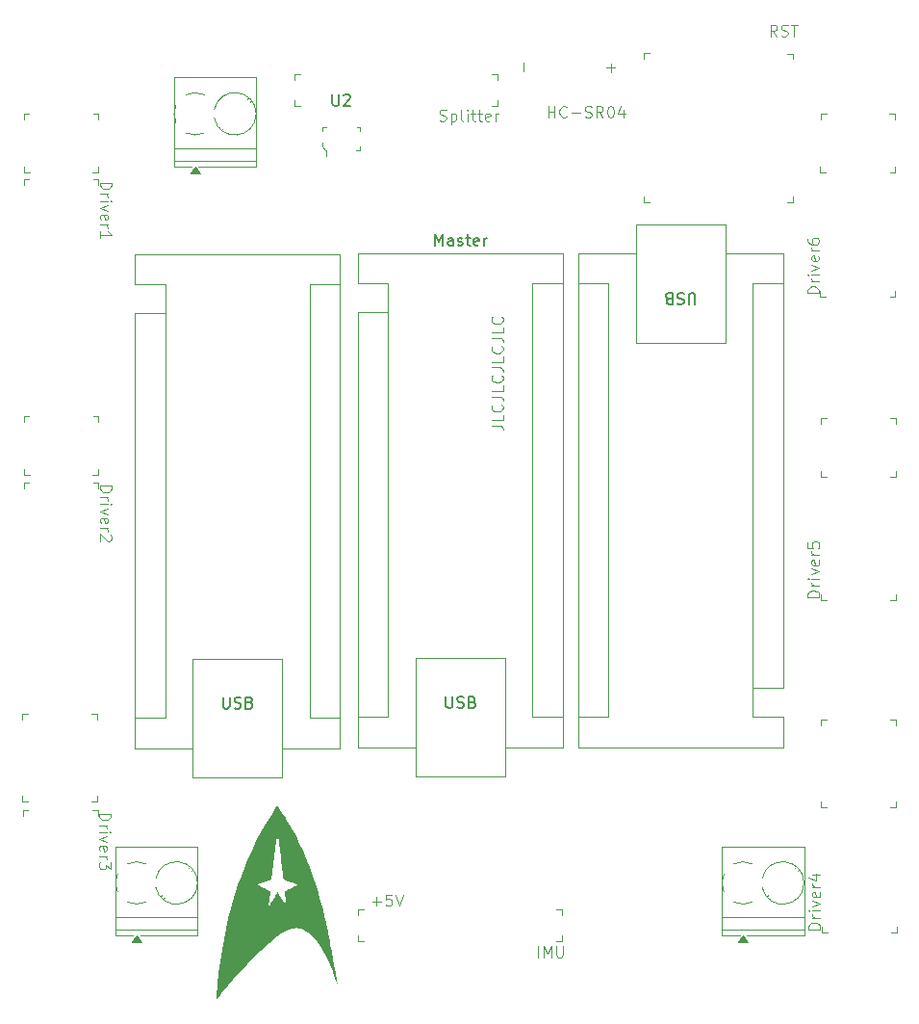
<source format=gbr>
%TF.GenerationSoftware,KiCad,Pcbnew,9.0.0-1.fc41*%
%TF.CreationDate,2025-04-13T20:28:48+02:00*%
%TF.ProjectId,main_board,6d61696e-5f62-46f6-9172-642e6b696361,v1.0*%
%TF.SameCoordinates,Original*%
%TF.FileFunction,Legend,Top*%
%TF.FilePolarity,Positive*%
%FSLAX46Y46*%
G04 Gerber Fmt 4.6, Leading zero omitted, Abs format (unit mm)*
G04 Created by KiCad (PCBNEW 9.0.0-1.fc41) date 2025-04-13 20:28:48*
%MOMM*%
%LPD*%
G01*
G04 APERTURE LIST*
%ADD10C,0.100000*%
%ADD11C,0.150000*%
%ADD12C,0.120000*%
%ADD13C,0.000000*%
G04 APERTURE END LIST*
D10*
X151572419Y-75610401D02*
X152286704Y-75610401D01*
X152286704Y-75610401D02*
X152429561Y-75658020D01*
X152429561Y-75658020D02*
X152524800Y-75753258D01*
X152524800Y-75753258D02*
X152572419Y-75896115D01*
X152572419Y-75896115D02*
X152572419Y-75991353D01*
X152572419Y-74658020D02*
X152572419Y-75134210D01*
X152572419Y-75134210D02*
X151572419Y-75134210D01*
X152477180Y-73753258D02*
X152524800Y-73800877D01*
X152524800Y-73800877D02*
X152572419Y-73943734D01*
X152572419Y-73943734D02*
X152572419Y-74038972D01*
X152572419Y-74038972D02*
X152524800Y-74181829D01*
X152524800Y-74181829D02*
X152429561Y-74277067D01*
X152429561Y-74277067D02*
X152334323Y-74324686D01*
X152334323Y-74324686D02*
X152143847Y-74372305D01*
X152143847Y-74372305D02*
X152000990Y-74372305D01*
X152000990Y-74372305D02*
X151810514Y-74324686D01*
X151810514Y-74324686D02*
X151715276Y-74277067D01*
X151715276Y-74277067D02*
X151620038Y-74181829D01*
X151620038Y-74181829D02*
X151572419Y-74038972D01*
X151572419Y-74038972D02*
X151572419Y-73943734D01*
X151572419Y-73943734D02*
X151620038Y-73800877D01*
X151620038Y-73800877D02*
X151667657Y-73753258D01*
X151572419Y-73038972D02*
X152286704Y-73038972D01*
X152286704Y-73038972D02*
X152429561Y-73086591D01*
X152429561Y-73086591D02*
X152524800Y-73181829D01*
X152524800Y-73181829D02*
X152572419Y-73324686D01*
X152572419Y-73324686D02*
X152572419Y-73419924D01*
X152572419Y-72086591D02*
X152572419Y-72562781D01*
X152572419Y-72562781D02*
X151572419Y-72562781D01*
X152477180Y-71181829D02*
X152524800Y-71229448D01*
X152524800Y-71229448D02*
X152572419Y-71372305D01*
X152572419Y-71372305D02*
X152572419Y-71467543D01*
X152572419Y-71467543D02*
X152524800Y-71610400D01*
X152524800Y-71610400D02*
X152429561Y-71705638D01*
X152429561Y-71705638D02*
X152334323Y-71753257D01*
X152334323Y-71753257D02*
X152143847Y-71800876D01*
X152143847Y-71800876D02*
X152000990Y-71800876D01*
X152000990Y-71800876D02*
X151810514Y-71753257D01*
X151810514Y-71753257D02*
X151715276Y-71705638D01*
X151715276Y-71705638D02*
X151620038Y-71610400D01*
X151620038Y-71610400D02*
X151572419Y-71467543D01*
X151572419Y-71467543D02*
X151572419Y-71372305D01*
X151572419Y-71372305D02*
X151620038Y-71229448D01*
X151620038Y-71229448D02*
X151667657Y-71181829D01*
X151572419Y-70467543D02*
X152286704Y-70467543D01*
X152286704Y-70467543D02*
X152429561Y-70515162D01*
X152429561Y-70515162D02*
X152524800Y-70610400D01*
X152524800Y-70610400D02*
X152572419Y-70753257D01*
X152572419Y-70753257D02*
X152572419Y-70848495D01*
X152572419Y-69515162D02*
X152572419Y-69991352D01*
X152572419Y-69991352D02*
X151572419Y-69991352D01*
X152477180Y-68610400D02*
X152524800Y-68658019D01*
X152524800Y-68658019D02*
X152572419Y-68800876D01*
X152572419Y-68800876D02*
X152572419Y-68896114D01*
X152572419Y-68896114D02*
X152524800Y-69038971D01*
X152524800Y-69038971D02*
X152429561Y-69134209D01*
X152429561Y-69134209D02*
X152334323Y-69181828D01*
X152334323Y-69181828D02*
X152143847Y-69229447D01*
X152143847Y-69229447D02*
X152000990Y-69229447D01*
X152000990Y-69229447D02*
X151810514Y-69181828D01*
X151810514Y-69181828D02*
X151715276Y-69134209D01*
X151715276Y-69134209D02*
X151620038Y-69038971D01*
X151620038Y-69038971D02*
X151572419Y-68896114D01*
X151572419Y-68896114D02*
X151572419Y-68800876D01*
X151572419Y-68800876D02*
X151620038Y-68658019D01*
X151620038Y-68658019D02*
X151667657Y-68610400D01*
X151572419Y-67896114D02*
X152286704Y-67896114D01*
X152286704Y-67896114D02*
X152429561Y-67943733D01*
X152429561Y-67943733D02*
X152524800Y-68038971D01*
X152524800Y-68038971D02*
X152572419Y-68181828D01*
X152572419Y-68181828D02*
X152572419Y-68277066D01*
X152572419Y-66943733D02*
X152572419Y-67419923D01*
X152572419Y-67419923D02*
X151572419Y-67419923D01*
X152477180Y-66038971D02*
X152524800Y-66086590D01*
X152524800Y-66086590D02*
X152572419Y-66229447D01*
X152572419Y-66229447D02*
X152572419Y-66324685D01*
X152572419Y-66324685D02*
X152524800Y-66467542D01*
X152524800Y-66467542D02*
X152429561Y-66562780D01*
X152429561Y-66562780D02*
X152334323Y-66610399D01*
X152334323Y-66610399D02*
X152143847Y-66658018D01*
X152143847Y-66658018D02*
X152000990Y-66658018D01*
X152000990Y-66658018D02*
X151810514Y-66610399D01*
X151810514Y-66610399D02*
X151715276Y-66562780D01*
X151715276Y-66562780D02*
X151620038Y-66467542D01*
X151620038Y-66467542D02*
X151572419Y-66324685D01*
X151572419Y-66324685D02*
X151572419Y-66229447D01*
X151572419Y-66229447D02*
X151620038Y-66086590D01*
X151620038Y-66086590D02*
X151667657Y-66038971D01*
X156553884Y-48522419D02*
X156553884Y-47522419D01*
X156553884Y-47998609D02*
X157125312Y-47998609D01*
X157125312Y-48522419D02*
X157125312Y-47522419D01*
X158172931Y-48427180D02*
X158125312Y-48474800D01*
X158125312Y-48474800D02*
X157982455Y-48522419D01*
X157982455Y-48522419D02*
X157887217Y-48522419D01*
X157887217Y-48522419D02*
X157744360Y-48474800D01*
X157744360Y-48474800D02*
X157649122Y-48379561D01*
X157649122Y-48379561D02*
X157601503Y-48284323D01*
X157601503Y-48284323D02*
X157553884Y-48093847D01*
X157553884Y-48093847D02*
X157553884Y-47950990D01*
X157553884Y-47950990D02*
X157601503Y-47760514D01*
X157601503Y-47760514D02*
X157649122Y-47665276D01*
X157649122Y-47665276D02*
X157744360Y-47570038D01*
X157744360Y-47570038D02*
X157887217Y-47522419D01*
X157887217Y-47522419D02*
X157982455Y-47522419D01*
X157982455Y-47522419D02*
X158125312Y-47570038D01*
X158125312Y-47570038D02*
X158172931Y-47617657D01*
X158601503Y-48141466D02*
X159363408Y-48141466D01*
X159791979Y-48474800D02*
X159934836Y-48522419D01*
X159934836Y-48522419D02*
X160172931Y-48522419D01*
X160172931Y-48522419D02*
X160268169Y-48474800D01*
X160268169Y-48474800D02*
X160315788Y-48427180D01*
X160315788Y-48427180D02*
X160363407Y-48331942D01*
X160363407Y-48331942D02*
X160363407Y-48236704D01*
X160363407Y-48236704D02*
X160315788Y-48141466D01*
X160315788Y-48141466D02*
X160268169Y-48093847D01*
X160268169Y-48093847D02*
X160172931Y-48046228D01*
X160172931Y-48046228D02*
X159982455Y-47998609D01*
X159982455Y-47998609D02*
X159887217Y-47950990D01*
X159887217Y-47950990D02*
X159839598Y-47903371D01*
X159839598Y-47903371D02*
X159791979Y-47808133D01*
X159791979Y-47808133D02*
X159791979Y-47712895D01*
X159791979Y-47712895D02*
X159839598Y-47617657D01*
X159839598Y-47617657D02*
X159887217Y-47570038D01*
X159887217Y-47570038D02*
X159982455Y-47522419D01*
X159982455Y-47522419D02*
X160220550Y-47522419D01*
X160220550Y-47522419D02*
X160363407Y-47570038D01*
X161363407Y-48522419D02*
X161030074Y-48046228D01*
X160791979Y-48522419D02*
X160791979Y-47522419D01*
X160791979Y-47522419D02*
X161172931Y-47522419D01*
X161172931Y-47522419D02*
X161268169Y-47570038D01*
X161268169Y-47570038D02*
X161315788Y-47617657D01*
X161315788Y-47617657D02*
X161363407Y-47712895D01*
X161363407Y-47712895D02*
X161363407Y-47855752D01*
X161363407Y-47855752D02*
X161315788Y-47950990D01*
X161315788Y-47950990D02*
X161268169Y-47998609D01*
X161268169Y-47998609D02*
X161172931Y-48046228D01*
X161172931Y-48046228D02*
X160791979Y-48046228D01*
X161982455Y-47522419D02*
X162077693Y-47522419D01*
X162077693Y-47522419D02*
X162172931Y-47570038D01*
X162172931Y-47570038D02*
X162220550Y-47617657D01*
X162220550Y-47617657D02*
X162268169Y-47712895D01*
X162268169Y-47712895D02*
X162315788Y-47903371D01*
X162315788Y-47903371D02*
X162315788Y-48141466D01*
X162315788Y-48141466D02*
X162268169Y-48331942D01*
X162268169Y-48331942D02*
X162220550Y-48427180D01*
X162220550Y-48427180D02*
X162172931Y-48474800D01*
X162172931Y-48474800D02*
X162077693Y-48522419D01*
X162077693Y-48522419D02*
X161982455Y-48522419D01*
X161982455Y-48522419D02*
X161887217Y-48474800D01*
X161887217Y-48474800D02*
X161839598Y-48427180D01*
X161839598Y-48427180D02*
X161791979Y-48331942D01*
X161791979Y-48331942D02*
X161744360Y-48141466D01*
X161744360Y-48141466D02*
X161744360Y-47903371D01*
X161744360Y-47903371D02*
X161791979Y-47712895D01*
X161791979Y-47712895D02*
X161839598Y-47617657D01*
X161839598Y-47617657D02*
X161887217Y-47570038D01*
X161887217Y-47570038D02*
X161982455Y-47522419D01*
X163172931Y-47855752D02*
X163172931Y-48522419D01*
X162934836Y-47474800D02*
X162696741Y-48189085D01*
X162696741Y-48189085D02*
X163315788Y-48189085D01*
X117047580Y-109713884D02*
X118047580Y-109713884D01*
X118047580Y-109713884D02*
X118047580Y-109951979D01*
X118047580Y-109951979D02*
X117999961Y-110094836D01*
X117999961Y-110094836D02*
X117904723Y-110190074D01*
X117904723Y-110190074D02*
X117809485Y-110237693D01*
X117809485Y-110237693D02*
X117619009Y-110285312D01*
X117619009Y-110285312D02*
X117476152Y-110285312D01*
X117476152Y-110285312D02*
X117285676Y-110237693D01*
X117285676Y-110237693D02*
X117190438Y-110190074D01*
X117190438Y-110190074D02*
X117095200Y-110094836D01*
X117095200Y-110094836D02*
X117047580Y-109951979D01*
X117047580Y-109951979D02*
X117047580Y-109713884D01*
X117047580Y-110713884D02*
X117714247Y-110713884D01*
X117523771Y-110713884D02*
X117619009Y-110761503D01*
X117619009Y-110761503D02*
X117666628Y-110809122D01*
X117666628Y-110809122D02*
X117714247Y-110904360D01*
X117714247Y-110904360D02*
X117714247Y-110999598D01*
X117047580Y-111332932D02*
X117714247Y-111332932D01*
X118047580Y-111332932D02*
X117999961Y-111285313D01*
X117999961Y-111285313D02*
X117952342Y-111332932D01*
X117952342Y-111332932D02*
X117999961Y-111380551D01*
X117999961Y-111380551D02*
X118047580Y-111332932D01*
X118047580Y-111332932D02*
X117952342Y-111332932D01*
X117714247Y-111713884D02*
X117047580Y-111951979D01*
X117047580Y-111951979D02*
X117714247Y-112190074D01*
X117095200Y-112951979D02*
X117047580Y-112856741D01*
X117047580Y-112856741D02*
X117047580Y-112666265D01*
X117047580Y-112666265D02*
X117095200Y-112571027D01*
X117095200Y-112571027D02*
X117190438Y-112523408D01*
X117190438Y-112523408D02*
X117571390Y-112523408D01*
X117571390Y-112523408D02*
X117666628Y-112571027D01*
X117666628Y-112571027D02*
X117714247Y-112666265D01*
X117714247Y-112666265D02*
X117714247Y-112856741D01*
X117714247Y-112856741D02*
X117666628Y-112951979D01*
X117666628Y-112951979D02*
X117571390Y-112999598D01*
X117571390Y-112999598D02*
X117476152Y-112999598D01*
X117476152Y-112999598D02*
X117380914Y-112523408D01*
X117047580Y-113428170D02*
X117714247Y-113428170D01*
X117523771Y-113428170D02*
X117619009Y-113475789D01*
X117619009Y-113475789D02*
X117666628Y-113523408D01*
X117666628Y-113523408D02*
X117714247Y-113618646D01*
X117714247Y-113618646D02*
X117714247Y-113713884D01*
X118047580Y-113951980D02*
X118047580Y-114571027D01*
X118047580Y-114571027D02*
X117666628Y-114237694D01*
X117666628Y-114237694D02*
X117666628Y-114380551D01*
X117666628Y-114380551D02*
X117619009Y-114475789D01*
X117619009Y-114475789D02*
X117571390Y-114523408D01*
X117571390Y-114523408D02*
X117476152Y-114571027D01*
X117476152Y-114571027D02*
X117238057Y-114571027D01*
X117238057Y-114571027D02*
X117142819Y-114523408D01*
X117142819Y-114523408D02*
X117095200Y-114475789D01*
X117095200Y-114475789D02*
X117047580Y-114380551D01*
X117047580Y-114380551D02*
X117047580Y-114094837D01*
X117047580Y-114094837D02*
X117095200Y-113999599D01*
X117095200Y-113999599D02*
X117142819Y-113951980D01*
X176675312Y-41372419D02*
X176341979Y-40896228D01*
X176103884Y-41372419D02*
X176103884Y-40372419D01*
X176103884Y-40372419D02*
X176484836Y-40372419D01*
X176484836Y-40372419D02*
X176580074Y-40420038D01*
X176580074Y-40420038D02*
X176627693Y-40467657D01*
X176627693Y-40467657D02*
X176675312Y-40562895D01*
X176675312Y-40562895D02*
X176675312Y-40705752D01*
X176675312Y-40705752D02*
X176627693Y-40800990D01*
X176627693Y-40800990D02*
X176580074Y-40848609D01*
X176580074Y-40848609D02*
X176484836Y-40896228D01*
X176484836Y-40896228D02*
X176103884Y-40896228D01*
X177056265Y-41324800D02*
X177199122Y-41372419D01*
X177199122Y-41372419D02*
X177437217Y-41372419D01*
X177437217Y-41372419D02*
X177532455Y-41324800D01*
X177532455Y-41324800D02*
X177580074Y-41277180D01*
X177580074Y-41277180D02*
X177627693Y-41181942D01*
X177627693Y-41181942D02*
X177627693Y-41086704D01*
X177627693Y-41086704D02*
X177580074Y-40991466D01*
X177580074Y-40991466D02*
X177532455Y-40943847D01*
X177532455Y-40943847D02*
X177437217Y-40896228D01*
X177437217Y-40896228D02*
X177246741Y-40848609D01*
X177246741Y-40848609D02*
X177151503Y-40800990D01*
X177151503Y-40800990D02*
X177103884Y-40753371D01*
X177103884Y-40753371D02*
X177056265Y-40658133D01*
X177056265Y-40658133D02*
X177056265Y-40562895D01*
X177056265Y-40562895D02*
X177103884Y-40467657D01*
X177103884Y-40467657D02*
X177151503Y-40420038D01*
X177151503Y-40420038D02*
X177246741Y-40372419D01*
X177246741Y-40372419D02*
X177484836Y-40372419D01*
X177484836Y-40372419D02*
X177627693Y-40420038D01*
X177913408Y-40372419D02*
X178484836Y-40372419D01*
X178199122Y-41372419D02*
X178199122Y-40372419D01*
X180372419Y-63951115D02*
X179372419Y-63951115D01*
X179372419Y-63951115D02*
X179372419Y-63713020D01*
X179372419Y-63713020D02*
X179420038Y-63570163D01*
X179420038Y-63570163D02*
X179515276Y-63474925D01*
X179515276Y-63474925D02*
X179610514Y-63427306D01*
X179610514Y-63427306D02*
X179800990Y-63379687D01*
X179800990Y-63379687D02*
X179943847Y-63379687D01*
X179943847Y-63379687D02*
X180134323Y-63427306D01*
X180134323Y-63427306D02*
X180229561Y-63474925D01*
X180229561Y-63474925D02*
X180324800Y-63570163D01*
X180324800Y-63570163D02*
X180372419Y-63713020D01*
X180372419Y-63713020D02*
X180372419Y-63951115D01*
X180372419Y-62951115D02*
X179705752Y-62951115D01*
X179896228Y-62951115D02*
X179800990Y-62903496D01*
X179800990Y-62903496D02*
X179753371Y-62855877D01*
X179753371Y-62855877D02*
X179705752Y-62760639D01*
X179705752Y-62760639D02*
X179705752Y-62665401D01*
X180372419Y-62332067D02*
X179705752Y-62332067D01*
X179372419Y-62332067D02*
X179420038Y-62379686D01*
X179420038Y-62379686D02*
X179467657Y-62332067D01*
X179467657Y-62332067D02*
X179420038Y-62284448D01*
X179420038Y-62284448D02*
X179372419Y-62332067D01*
X179372419Y-62332067D02*
X179467657Y-62332067D01*
X179705752Y-61951115D02*
X180372419Y-61713020D01*
X180372419Y-61713020D02*
X179705752Y-61474925D01*
X180324800Y-60713020D02*
X180372419Y-60808258D01*
X180372419Y-60808258D02*
X180372419Y-60998734D01*
X180372419Y-60998734D02*
X180324800Y-61093972D01*
X180324800Y-61093972D02*
X180229561Y-61141591D01*
X180229561Y-61141591D02*
X179848609Y-61141591D01*
X179848609Y-61141591D02*
X179753371Y-61093972D01*
X179753371Y-61093972D02*
X179705752Y-60998734D01*
X179705752Y-60998734D02*
X179705752Y-60808258D01*
X179705752Y-60808258D02*
X179753371Y-60713020D01*
X179753371Y-60713020D02*
X179848609Y-60665401D01*
X179848609Y-60665401D02*
X179943847Y-60665401D01*
X179943847Y-60665401D02*
X180039085Y-61141591D01*
X180372419Y-60236829D02*
X179705752Y-60236829D01*
X179896228Y-60236829D02*
X179800990Y-60189210D01*
X179800990Y-60189210D02*
X179753371Y-60141591D01*
X179753371Y-60141591D02*
X179705752Y-60046353D01*
X179705752Y-60046353D02*
X179705752Y-59951115D01*
X179372419Y-59189210D02*
X179372419Y-59379686D01*
X179372419Y-59379686D02*
X179420038Y-59474924D01*
X179420038Y-59474924D02*
X179467657Y-59522543D01*
X179467657Y-59522543D02*
X179610514Y-59617781D01*
X179610514Y-59617781D02*
X179800990Y-59665400D01*
X179800990Y-59665400D02*
X180181942Y-59665400D01*
X180181942Y-59665400D02*
X180277180Y-59617781D01*
X180277180Y-59617781D02*
X180324800Y-59570162D01*
X180324800Y-59570162D02*
X180372419Y-59474924D01*
X180372419Y-59474924D02*
X180372419Y-59284448D01*
X180372419Y-59284448D02*
X180324800Y-59189210D01*
X180324800Y-59189210D02*
X180277180Y-59141591D01*
X180277180Y-59141591D02*
X180181942Y-59093972D01*
X180181942Y-59093972D02*
X179943847Y-59093972D01*
X179943847Y-59093972D02*
X179848609Y-59141591D01*
X179848609Y-59141591D02*
X179800990Y-59189210D01*
X179800990Y-59189210D02*
X179753371Y-59284448D01*
X179753371Y-59284448D02*
X179753371Y-59474924D01*
X179753371Y-59474924D02*
X179800990Y-59570162D01*
X179800990Y-59570162D02*
X179848609Y-59617781D01*
X179848609Y-59617781D02*
X179943847Y-59665400D01*
X161703884Y-44141466D02*
X162465789Y-44141466D01*
X162084836Y-44522419D02*
X162084836Y-43760514D01*
X117127580Y-80898884D02*
X118127580Y-80898884D01*
X118127580Y-80898884D02*
X118127580Y-81136979D01*
X118127580Y-81136979D02*
X118079961Y-81279836D01*
X118079961Y-81279836D02*
X117984723Y-81375074D01*
X117984723Y-81375074D02*
X117889485Y-81422693D01*
X117889485Y-81422693D02*
X117699009Y-81470312D01*
X117699009Y-81470312D02*
X117556152Y-81470312D01*
X117556152Y-81470312D02*
X117365676Y-81422693D01*
X117365676Y-81422693D02*
X117270438Y-81375074D01*
X117270438Y-81375074D02*
X117175200Y-81279836D01*
X117175200Y-81279836D02*
X117127580Y-81136979D01*
X117127580Y-81136979D02*
X117127580Y-80898884D01*
X117127580Y-81898884D02*
X117794247Y-81898884D01*
X117603771Y-81898884D02*
X117699009Y-81946503D01*
X117699009Y-81946503D02*
X117746628Y-81994122D01*
X117746628Y-81994122D02*
X117794247Y-82089360D01*
X117794247Y-82089360D02*
X117794247Y-82184598D01*
X117127580Y-82517932D02*
X117794247Y-82517932D01*
X118127580Y-82517932D02*
X118079961Y-82470313D01*
X118079961Y-82470313D02*
X118032342Y-82517932D01*
X118032342Y-82517932D02*
X118079961Y-82565551D01*
X118079961Y-82565551D02*
X118127580Y-82517932D01*
X118127580Y-82517932D02*
X118032342Y-82517932D01*
X117794247Y-82898884D02*
X117127580Y-83136979D01*
X117127580Y-83136979D02*
X117794247Y-83375074D01*
X117175200Y-84136979D02*
X117127580Y-84041741D01*
X117127580Y-84041741D02*
X117127580Y-83851265D01*
X117127580Y-83851265D02*
X117175200Y-83756027D01*
X117175200Y-83756027D02*
X117270438Y-83708408D01*
X117270438Y-83708408D02*
X117651390Y-83708408D01*
X117651390Y-83708408D02*
X117746628Y-83756027D01*
X117746628Y-83756027D02*
X117794247Y-83851265D01*
X117794247Y-83851265D02*
X117794247Y-84041741D01*
X117794247Y-84041741D02*
X117746628Y-84136979D01*
X117746628Y-84136979D02*
X117651390Y-84184598D01*
X117651390Y-84184598D02*
X117556152Y-84184598D01*
X117556152Y-84184598D02*
X117460914Y-83708408D01*
X117127580Y-84613170D02*
X117794247Y-84613170D01*
X117603771Y-84613170D02*
X117699009Y-84660789D01*
X117699009Y-84660789D02*
X117746628Y-84708408D01*
X117746628Y-84708408D02*
X117794247Y-84803646D01*
X117794247Y-84803646D02*
X117794247Y-84898884D01*
X118032342Y-85184599D02*
X118079961Y-85232218D01*
X118079961Y-85232218D02*
X118127580Y-85327456D01*
X118127580Y-85327456D02*
X118127580Y-85565551D01*
X118127580Y-85565551D02*
X118079961Y-85660789D01*
X118079961Y-85660789D02*
X118032342Y-85708408D01*
X118032342Y-85708408D02*
X117937104Y-85756027D01*
X117937104Y-85756027D02*
X117841866Y-85756027D01*
X117841866Y-85756027D02*
X117699009Y-85708408D01*
X117699009Y-85708408D02*
X117127580Y-85136980D01*
X117127580Y-85136980D02*
X117127580Y-85756027D01*
X147006265Y-48774800D02*
X147149122Y-48822419D01*
X147149122Y-48822419D02*
X147387217Y-48822419D01*
X147387217Y-48822419D02*
X147482455Y-48774800D01*
X147482455Y-48774800D02*
X147530074Y-48727180D01*
X147530074Y-48727180D02*
X147577693Y-48631942D01*
X147577693Y-48631942D02*
X147577693Y-48536704D01*
X147577693Y-48536704D02*
X147530074Y-48441466D01*
X147530074Y-48441466D02*
X147482455Y-48393847D01*
X147482455Y-48393847D02*
X147387217Y-48346228D01*
X147387217Y-48346228D02*
X147196741Y-48298609D01*
X147196741Y-48298609D02*
X147101503Y-48250990D01*
X147101503Y-48250990D02*
X147053884Y-48203371D01*
X147053884Y-48203371D02*
X147006265Y-48108133D01*
X147006265Y-48108133D02*
X147006265Y-48012895D01*
X147006265Y-48012895D02*
X147053884Y-47917657D01*
X147053884Y-47917657D02*
X147101503Y-47870038D01*
X147101503Y-47870038D02*
X147196741Y-47822419D01*
X147196741Y-47822419D02*
X147434836Y-47822419D01*
X147434836Y-47822419D02*
X147577693Y-47870038D01*
X148006265Y-48155752D02*
X148006265Y-49155752D01*
X148006265Y-48203371D02*
X148101503Y-48155752D01*
X148101503Y-48155752D02*
X148291979Y-48155752D01*
X148291979Y-48155752D02*
X148387217Y-48203371D01*
X148387217Y-48203371D02*
X148434836Y-48250990D01*
X148434836Y-48250990D02*
X148482455Y-48346228D01*
X148482455Y-48346228D02*
X148482455Y-48631942D01*
X148482455Y-48631942D02*
X148434836Y-48727180D01*
X148434836Y-48727180D02*
X148387217Y-48774800D01*
X148387217Y-48774800D02*
X148291979Y-48822419D01*
X148291979Y-48822419D02*
X148101503Y-48822419D01*
X148101503Y-48822419D02*
X148006265Y-48774800D01*
X149053884Y-48822419D02*
X148958646Y-48774800D01*
X148958646Y-48774800D02*
X148911027Y-48679561D01*
X148911027Y-48679561D02*
X148911027Y-47822419D01*
X149434837Y-48822419D02*
X149434837Y-48155752D01*
X149434837Y-47822419D02*
X149387218Y-47870038D01*
X149387218Y-47870038D02*
X149434837Y-47917657D01*
X149434837Y-47917657D02*
X149482456Y-47870038D01*
X149482456Y-47870038D02*
X149434837Y-47822419D01*
X149434837Y-47822419D02*
X149434837Y-47917657D01*
X149768170Y-48155752D02*
X150149122Y-48155752D01*
X149911027Y-47822419D02*
X149911027Y-48679561D01*
X149911027Y-48679561D02*
X149958646Y-48774800D01*
X149958646Y-48774800D02*
X150053884Y-48822419D01*
X150053884Y-48822419D02*
X150149122Y-48822419D01*
X150339599Y-48155752D02*
X150720551Y-48155752D01*
X150482456Y-47822419D02*
X150482456Y-48679561D01*
X150482456Y-48679561D02*
X150530075Y-48774800D01*
X150530075Y-48774800D02*
X150625313Y-48822419D01*
X150625313Y-48822419D02*
X150720551Y-48822419D01*
X151434837Y-48774800D02*
X151339599Y-48822419D01*
X151339599Y-48822419D02*
X151149123Y-48822419D01*
X151149123Y-48822419D02*
X151053885Y-48774800D01*
X151053885Y-48774800D02*
X151006266Y-48679561D01*
X151006266Y-48679561D02*
X151006266Y-48298609D01*
X151006266Y-48298609D02*
X151053885Y-48203371D01*
X151053885Y-48203371D02*
X151149123Y-48155752D01*
X151149123Y-48155752D02*
X151339599Y-48155752D01*
X151339599Y-48155752D02*
X151434837Y-48203371D01*
X151434837Y-48203371D02*
X151482456Y-48298609D01*
X151482456Y-48298609D02*
X151482456Y-48393847D01*
X151482456Y-48393847D02*
X151006266Y-48489085D01*
X151911028Y-48822419D02*
X151911028Y-48155752D01*
X151911028Y-48346228D02*
X151958647Y-48250990D01*
X151958647Y-48250990D02*
X152006266Y-48203371D01*
X152006266Y-48203371D02*
X152101504Y-48155752D01*
X152101504Y-48155752D02*
X152196742Y-48155752D01*
X117127580Y-54248884D02*
X118127580Y-54248884D01*
X118127580Y-54248884D02*
X118127580Y-54486979D01*
X118127580Y-54486979D02*
X118079961Y-54629836D01*
X118079961Y-54629836D02*
X117984723Y-54725074D01*
X117984723Y-54725074D02*
X117889485Y-54772693D01*
X117889485Y-54772693D02*
X117699009Y-54820312D01*
X117699009Y-54820312D02*
X117556152Y-54820312D01*
X117556152Y-54820312D02*
X117365676Y-54772693D01*
X117365676Y-54772693D02*
X117270438Y-54725074D01*
X117270438Y-54725074D02*
X117175200Y-54629836D01*
X117175200Y-54629836D02*
X117127580Y-54486979D01*
X117127580Y-54486979D02*
X117127580Y-54248884D01*
X117127580Y-55248884D02*
X117794247Y-55248884D01*
X117603771Y-55248884D02*
X117699009Y-55296503D01*
X117699009Y-55296503D02*
X117746628Y-55344122D01*
X117746628Y-55344122D02*
X117794247Y-55439360D01*
X117794247Y-55439360D02*
X117794247Y-55534598D01*
X117127580Y-55867932D02*
X117794247Y-55867932D01*
X118127580Y-55867932D02*
X118079961Y-55820313D01*
X118079961Y-55820313D02*
X118032342Y-55867932D01*
X118032342Y-55867932D02*
X118079961Y-55915551D01*
X118079961Y-55915551D02*
X118127580Y-55867932D01*
X118127580Y-55867932D02*
X118032342Y-55867932D01*
X117794247Y-56248884D02*
X117127580Y-56486979D01*
X117127580Y-56486979D02*
X117794247Y-56725074D01*
X117175200Y-57486979D02*
X117127580Y-57391741D01*
X117127580Y-57391741D02*
X117127580Y-57201265D01*
X117127580Y-57201265D02*
X117175200Y-57106027D01*
X117175200Y-57106027D02*
X117270438Y-57058408D01*
X117270438Y-57058408D02*
X117651390Y-57058408D01*
X117651390Y-57058408D02*
X117746628Y-57106027D01*
X117746628Y-57106027D02*
X117794247Y-57201265D01*
X117794247Y-57201265D02*
X117794247Y-57391741D01*
X117794247Y-57391741D02*
X117746628Y-57486979D01*
X117746628Y-57486979D02*
X117651390Y-57534598D01*
X117651390Y-57534598D02*
X117556152Y-57534598D01*
X117556152Y-57534598D02*
X117460914Y-57058408D01*
X117127580Y-57963170D02*
X117794247Y-57963170D01*
X117603771Y-57963170D02*
X117699009Y-58010789D01*
X117699009Y-58010789D02*
X117746628Y-58058408D01*
X117746628Y-58058408D02*
X117794247Y-58153646D01*
X117794247Y-58153646D02*
X117794247Y-58248884D01*
X117127580Y-59106027D02*
X117127580Y-58534599D01*
X117127580Y-58820313D02*
X118127580Y-58820313D01*
X118127580Y-58820313D02*
X117984723Y-58725075D01*
X117984723Y-58725075D02*
X117889485Y-58629837D01*
X117889485Y-58629837D02*
X117841866Y-58534599D01*
X141053884Y-117441466D02*
X141815789Y-117441466D01*
X141434836Y-117822419D02*
X141434836Y-117060514D01*
X142768169Y-116822419D02*
X142291979Y-116822419D01*
X142291979Y-116822419D02*
X142244360Y-117298609D01*
X142244360Y-117298609D02*
X142291979Y-117250990D01*
X142291979Y-117250990D02*
X142387217Y-117203371D01*
X142387217Y-117203371D02*
X142625312Y-117203371D01*
X142625312Y-117203371D02*
X142720550Y-117250990D01*
X142720550Y-117250990D02*
X142768169Y-117298609D01*
X142768169Y-117298609D02*
X142815788Y-117393847D01*
X142815788Y-117393847D02*
X142815788Y-117631942D01*
X142815788Y-117631942D02*
X142768169Y-117727180D01*
X142768169Y-117727180D02*
X142720550Y-117774800D01*
X142720550Y-117774800D02*
X142625312Y-117822419D01*
X142625312Y-117822419D02*
X142387217Y-117822419D01*
X142387217Y-117822419D02*
X142291979Y-117774800D01*
X142291979Y-117774800D02*
X142244360Y-117727180D01*
X143101503Y-116822419D02*
X143434836Y-117822419D01*
X143434836Y-117822419D02*
X143768169Y-116822419D01*
X154391466Y-44496115D02*
X154391466Y-43734211D01*
X180392419Y-90666115D02*
X179392419Y-90666115D01*
X179392419Y-90666115D02*
X179392419Y-90428020D01*
X179392419Y-90428020D02*
X179440038Y-90285163D01*
X179440038Y-90285163D02*
X179535276Y-90189925D01*
X179535276Y-90189925D02*
X179630514Y-90142306D01*
X179630514Y-90142306D02*
X179820990Y-90094687D01*
X179820990Y-90094687D02*
X179963847Y-90094687D01*
X179963847Y-90094687D02*
X180154323Y-90142306D01*
X180154323Y-90142306D02*
X180249561Y-90189925D01*
X180249561Y-90189925D02*
X180344800Y-90285163D01*
X180344800Y-90285163D02*
X180392419Y-90428020D01*
X180392419Y-90428020D02*
X180392419Y-90666115D01*
X180392419Y-89666115D02*
X179725752Y-89666115D01*
X179916228Y-89666115D02*
X179820990Y-89618496D01*
X179820990Y-89618496D02*
X179773371Y-89570877D01*
X179773371Y-89570877D02*
X179725752Y-89475639D01*
X179725752Y-89475639D02*
X179725752Y-89380401D01*
X180392419Y-89047067D02*
X179725752Y-89047067D01*
X179392419Y-89047067D02*
X179440038Y-89094686D01*
X179440038Y-89094686D02*
X179487657Y-89047067D01*
X179487657Y-89047067D02*
X179440038Y-88999448D01*
X179440038Y-88999448D02*
X179392419Y-89047067D01*
X179392419Y-89047067D02*
X179487657Y-89047067D01*
X179725752Y-88666115D02*
X180392419Y-88428020D01*
X180392419Y-88428020D02*
X179725752Y-88189925D01*
X180344800Y-87428020D02*
X180392419Y-87523258D01*
X180392419Y-87523258D02*
X180392419Y-87713734D01*
X180392419Y-87713734D02*
X180344800Y-87808972D01*
X180344800Y-87808972D02*
X180249561Y-87856591D01*
X180249561Y-87856591D02*
X179868609Y-87856591D01*
X179868609Y-87856591D02*
X179773371Y-87808972D01*
X179773371Y-87808972D02*
X179725752Y-87713734D01*
X179725752Y-87713734D02*
X179725752Y-87523258D01*
X179725752Y-87523258D02*
X179773371Y-87428020D01*
X179773371Y-87428020D02*
X179868609Y-87380401D01*
X179868609Y-87380401D02*
X179963847Y-87380401D01*
X179963847Y-87380401D02*
X180059085Y-87856591D01*
X180392419Y-86951829D02*
X179725752Y-86951829D01*
X179916228Y-86951829D02*
X179820990Y-86904210D01*
X179820990Y-86904210D02*
X179773371Y-86856591D01*
X179773371Y-86856591D02*
X179725752Y-86761353D01*
X179725752Y-86761353D02*
X179725752Y-86666115D01*
X179392419Y-85856591D02*
X179392419Y-86332781D01*
X179392419Y-86332781D02*
X179868609Y-86380400D01*
X179868609Y-86380400D02*
X179820990Y-86332781D01*
X179820990Y-86332781D02*
X179773371Y-86237543D01*
X179773371Y-86237543D02*
X179773371Y-85999448D01*
X179773371Y-85999448D02*
X179820990Y-85904210D01*
X179820990Y-85904210D02*
X179868609Y-85856591D01*
X179868609Y-85856591D02*
X179963847Y-85808972D01*
X179963847Y-85808972D02*
X180201942Y-85808972D01*
X180201942Y-85808972D02*
X180297180Y-85856591D01*
X180297180Y-85856591D02*
X180344800Y-85904210D01*
X180344800Y-85904210D02*
X180392419Y-85999448D01*
X180392419Y-85999448D02*
X180392419Y-86237543D01*
X180392419Y-86237543D02*
X180344800Y-86332781D01*
X180344800Y-86332781D02*
X180297180Y-86380400D01*
X155653884Y-122322419D02*
X155653884Y-121322419D01*
X156130074Y-122322419D02*
X156130074Y-121322419D01*
X156130074Y-121322419D02*
X156463407Y-122036704D01*
X156463407Y-122036704D02*
X156796740Y-121322419D01*
X156796740Y-121322419D02*
X156796740Y-122322419D01*
X157272931Y-121322419D02*
X157272931Y-122131942D01*
X157272931Y-122131942D02*
X157320550Y-122227180D01*
X157320550Y-122227180D02*
X157368169Y-122274800D01*
X157368169Y-122274800D02*
X157463407Y-122322419D01*
X157463407Y-122322419D02*
X157653883Y-122322419D01*
X157653883Y-122322419D02*
X157749121Y-122274800D01*
X157749121Y-122274800D02*
X157796740Y-122227180D01*
X157796740Y-122227180D02*
X157844359Y-122131942D01*
X157844359Y-122131942D02*
X157844359Y-121322419D01*
X180472419Y-119866115D02*
X179472419Y-119866115D01*
X179472419Y-119866115D02*
X179472419Y-119628020D01*
X179472419Y-119628020D02*
X179520038Y-119485163D01*
X179520038Y-119485163D02*
X179615276Y-119389925D01*
X179615276Y-119389925D02*
X179710514Y-119342306D01*
X179710514Y-119342306D02*
X179900990Y-119294687D01*
X179900990Y-119294687D02*
X180043847Y-119294687D01*
X180043847Y-119294687D02*
X180234323Y-119342306D01*
X180234323Y-119342306D02*
X180329561Y-119389925D01*
X180329561Y-119389925D02*
X180424800Y-119485163D01*
X180424800Y-119485163D02*
X180472419Y-119628020D01*
X180472419Y-119628020D02*
X180472419Y-119866115D01*
X180472419Y-118866115D02*
X179805752Y-118866115D01*
X179996228Y-118866115D02*
X179900990Y-118818496D01*
X179900990Y-118818496D02*
X179853371Y-118770877D01*
X179853371Y-118770877D02*
X179805752Y-118675639D01*
X179805752Y-118675639D02*
X179805752Y-118580401D01*
X180472419Y-118247067D02*
X179805752Y-118247067D01*
X179472419Y-118247067D02*
X179520038Y-118294686D01*
X179520038Y-118294686D02*
X179567657Y-118247067D01*
X179567657Y-118247067D02*
X179520038Y-118199448D01*
X179520038Y-118199448D02*
X179472419Y-118247067D01*
X179472419Y-118247067D02*
X179567657Y-118247067D01*
X179805752Y-117866115D02*
X180472419Y-117628020D01*
X180472419Y-117628020D02*
X179805752Y-117389925D01*
X180424800Y-116628020D02*
X180472419Y-116723258D01*
X180472419Y-116723258D02*
X180472419Y-116913734D01*
X180472419Y-116913734D02*
X180424800Y-117008972D01*
X180424800Y-117008972D02*
X180329561Y-117056591D01*
X180329561Y-117056591D02*
X179948609Y-117056591D01*
X179948609Y-117056591D02*
X179853371Y-117008972D01*
X179853371Y-117008972D02*
X179805752Y-116913734D01*
X179805752Y-116913734D02*
X179805752Y-116723258D01*
X179805752Y-116723258D02*
X179853371Y-116628020D01*
X179853371Y-116628020D02*
X179948609Y-116580401D01*
X179948609Y-116580401D02*
X180043847Y-116580401D01*
X180043847Y-116580401D02*
X180139085Y-117056591D01*
X180472419Y-116151829D02*
X179805752Y-116151829D01*
X179996228Y-116151829D02*
X179900990Y-116104210D01*
X179900990Y-116104210D02*
X179853371Y-116056591D01*
X179853371Y-116056591D02*
X179805752Y-115961353D01*
X179805752Y-115961353D02*
X179805752Y-115866115D01*
X179805752Y-115104210D02*
X180472419Y-115104210D01*
X179424800Y-115342305D02*
X180139085Y-115580400D01*
X180139085Y-115580400D02*
X180139085Y-114961353D01*
D11*
X137563095Y-46479819D02*
X137563095Y-47289342D01*
X137563095Y-47289342D02*
X137610714Y-47384580D01*
X137610714Y-47384580D02*
X137658333Y-47432200D01*
X137658333Y-47432200D02*
X137753571Y-47479819D01*
X137753571Y-47479819D02*
X137944047Y-47479819D01*
X137944047Y-47479819D02*
X138039285Y-47432200D01*
X138039285Y-47432200D02*
X138086904Y-47384580D01*
X138086904Y-47384580D02*
X138134523Y-47289342D01*
X138134523Y-47289342D02*
X138134523Y-46479819D01*
X138563095Y-46575057D02*
X138610714Y-46527438D01*
X138610714Y-46527438D02*
X138705952Y-46479819D01*
X138705952Y-46479819D02*
X138944047Y-46479819D01*
X138944047Y-46479819D02*
X139039285Y-46527438D01*
X139039285Y-46527438D02*
X139086904Y-46575057D01*
X139086904Y-46575057D02*
X139134523Y-46670295D01*
X139134523Y-46670295D02*
X139134523Y-46765533D01*
X139134523Y-46765533D02*
X139086904Y-46908390D01*
X139086904Y-46908390D02*
X138515476Y-47479819D01*
X138515476Y-47479819D02*
X139134523Y-47479819D01*
X169481904Y-64935180D02*
X169481904Y-64125657D01*
X169481904Y-64125657D02*
X169434285Y-64030419D01*
X169434285Y-64030419D02*
X169386666Y-63982800D01*
X169386666Y-63982800D02*
X169291428Y-63935180D01*
X169291428Y-63935180D02*
X169100952Y-63935180D01*
X169100952Y-63935180D02*
X169005714Y-63982800D01*
X169005714Y-63982800D02*
X168958095Y-64030419D01*
X168958095Y-64030419D02*
X168910476Y-64125657D01*
X168910476Y-64125657D02*
X168910476Y-64935180D01*
X168481904Y-63982800D02*
X168339047Y-63935180D01*
X168339047Y-63935180D02*
X168100952Y-63935180D01*
X168100952Y-63935180D02*
X168005714Y-63982800D01*
X168005714Y-63982800D02*
X167958095Y-64030419D01*
X167958095Y-64030419D02*
X167910476Y-64125657D01*
X167910476Y-64125657D02*
X167910476Y-64220895D01*
X167910476Y-64220895D02*
X167958095Y-64316133D01*
X167958095Y-64316133D02*
X168005714Y-64363752D01*
X168005714Y-64363752D02*
X168100952Y-64411371D01*
X168100952Y-64411371D02*
X168291428Y-64458990D01*
X168291428Y-64458990D02*
X168386666Y-64506609D01*
X168386666Y-64506609D02*
X168434285Y-64554228D01*
X168434285Y-64554228D02*
X168481904Y-64649466D01*
X168481904Y-64649466D02*
X168481904Y-64744704D01*
X168481904Y-64744704D02*
X168434285Y-64839942D01*
X168434285Y-64839942D02*
X168386666Y-64887561D01*
X168386666Y-64887561D02*
X168291428Y-64935180D01*
X168291428Y-64935180D02*
X168053333Y-64935180D01*
X168053333Y-64935180D02*
X167910476Y-64887561D01*
X167148571Y-64458990D02*
X167005714Y-64411371D01*
X167005714Y-64411371D02*
X166958095Y-64363752D01*
X166958095Y-64363752D02*
X166910476Y-64268514D01*
X166910476Y-64268514D02*
X166910476Y-64125657D01*
X166910476Y-64125657D02*
X166958095Y-64030419D01*
X166958095Y-64030419D02*
X167005714Y-63982800D01*
X167005714Y-63982800D02*
X167100952Y-63935180D01*
X167100952Y-63935180D02*
X167481904Y-63935180D01*
X167481904Y-63935180D02*
X167481904Y-64935180D01*
X167481904Y-64935180D02*
X167148571Y-64935180D01*
X167148571Y-64935180D02*
X167053333Y-64887561D01*
X167053333Y-64887561D02*
X167005714Y-64839942D01*
X167005714Y-64839942D02*
X166958095Y-64744704D01*
X166958095Y-64744704D02*
X166958095Y-64649466D01*
X166958095Y-64649466D02*
X167005714Y-64554228D01*
X167005714Y-64554228D02*
X167053333Y-64506609D01*
X167053333Y-64506609D02*
X167148571Y-64458990D01*
X167148571Y-64458990D02*
X167481904Y-64458990D01*
X146605714Y-59774819D02*
X146605714Y-58774819D01*
X146605714Y-58774819D02*
X146939047Y-59489104D01*
X146939047Y-59489104D02*
X147272380Y-58774819D01*
X147272380Y-58774819D02*
X147272380Y-59774819D01*
X148177142Y-59774819D02*
X148177142Y-59251009D01*
X148177142Y-59251009D02*
X148129523Y-59155771D01*
X148129523Y-59155771D02*
X148034285Y-59108152D01*
X148034285Y-59108152D02*
X147843809Y-59108152D01*
X147843809Y-59108152D02*
X147748571Y-59155771D01*
X148177142Y-59727200D02*
X148081904Y-59774819D01*
X148081904Y-59774819D02*
X147843809Y-59774819D01*
X147843809Y-59774819D02*
X147748571Y-59727200D01*
X147748571Y-59727200D02*
X147700952Y-59631961D01*
X147700952Y-59631961D02*
X147700952Y-59536723D01*
X147700952Y-59536723D02*
X147748571Y-59441485D01*
X147748571Y-59441485D02*
X147843809Y-59393866D01*
X147843809Y-59393866D02*
X148081904Y-59393866D01*
X148081904Y-59393866D02*
X148177142Y-59346247D01*
X148605714Y-59727200D02*
X148700952Y-59774819D01*
X148700952Y-59774819D02*
X148891428Y-59774819D01*
X148891428Y-59774819D02*
X148986666Y-59727200D01*
X148986666Y-59727200D02*
X149034285Y-59631961D01*
X149034285Y-59631961D02*
X149034285Y-59584342D01*
X149034285Y-59584342D02*
X148986666Y-59489104D01*
X148986666Y-59489104D02*
X148891428Y-59441485D01*
X148891428Y-59441485D02*
X148748571Y-59441485D01*
X148748571Y-59441485D02*
X148653333Y-59393866D01*
X148653333Y-59393866D02*
X148605714Y-59298628D01*
X148605714Y-59298628D02*
X148605714Y-59251009D01*
X148605714Y-59251009D02*
X148653333Y-59155771D01*
X148653333Y-59155771D02*
X148748571Y-59108152D01*
X148748571Y-59108152D02*
X148891428Y-59108152D01*
X148891428Y-59108152D02*
X148986666Y-59155771D01*
X149320000Y-59108152D02*
X149700952Y-59108152D01*
X149462857Y-58774819D02*
X149462857Y-59631961D01*
X149462857Y-59631961D02*
X149510476Y-59727200D01*
X149510476Y-59727200D02*
X149605714Y-59774819D01*
X149605714Y-59774819D02*
X149700952Y-59774819D01*
X150415238Y-59727200D02*
X150320000Y-59774819D01*
X150320000Y-59774819D02*
X150129524Y-59774819D01*
X150129524Y-59774819D02*
X150034286Y-59727200D01*
X150034286Y-59727200D02*
X149986667Y-59631961D01*
X149986667Y-59631961D02*
X149986667Y-59251009D01*
X149986667Y-59251009D02*
X150034286Y-59155771D01*
X150034286Y-59155771D02*
X150129524Y-59108152D01*
X150129524Y-59108152D02*
X150320000Y-59108152D01*
X150320000Y-59108152D02*
X150415238Y-59155771D01*
X150415238Y-59155771D02*
X150462857Y-59251009D01*
X150462857Y-59251009D02*
X150462857Y-59346247D01*
X150462857Y-59346247D02*
X149986667Y-59441485D01*
X150891429Y-59774819D02*
X150891429Y-59108152D01*
X150891429Y-59298628D02*
X150939048Y-59203390D01*
X150939048Y-59203390D02*
X150986667Y-59155771D01*
X150986667Y-59155771D02*
X151081905Y-59108152D01*
X151081905Y-59108152D02*
X151177143Y-59108152D01*
X147558095Y-99414819D02*
X147558095Y-100224342D01*
X147558095Y-100224342D02*
X147605714Y-100319580D01*
X147605714Y-100319580D02*
X147653333Y-100367200D01*
X147653333Y-100367200D02*
X147748571Y-100414819D01*
X147748571Y-100414819D02*
X147939047Y-100414819D01*
X147939047Y-100414819D02*
X148034285Y-100367200D01*
X148034285Y-100367200D02*
X148081904Y-100319580D01*
X148081904Y-100319580D02*
X148129523Y-100224342D01*
X148129523Y-100224342D02*
X148129523Y-99414819D01*
X148558095Y-100367200D02*
X148700952Y-100414819D01*
X148700952Y-100414819D02*
X148939047Y-100414819D01*
X148939047Y-100414819D02*
X149034285Y-100367200D01*
X149034285Y-100367200D02*
X149081904Y-100319580D01*
X149081904Y-100319580D02*
X149129523Y-100224342D01*
X149129523Y-100224342D02*
X149129523Y-100129104D01*
X149129523Y-100129104D02*
X149081904Y-100033866D01*
X149081904Y-100033866D02*
X149034285Y-99986247D01*
X149034285Y-99986247D02*
X148939047Y-99938628D01*
X148939047Y-99938628D02*
X148748571Y-99891009D01*
X148748571Y-99891009D02*
X148653333Y-99843390D01*
X148653333Y-99843390D02*
X148605714Y-99795771D01*
X148605714Y-99795771D02*
X148558095Y-99700533D01*
X148558095Y-99700533D02*
X148558095Y-99605295D01*
X148558095Y-99605295D02*
X148605714Y-99510057D01*
X148605714Y-99510057D02*
X148653333Y-99462438D01*
X148653333Y-99462438D02*
X148748571Y-99414819D01*
X148748571Y-99414819D02*
X148986666Y-99414819D01*
X148986666Y-99414819D02*
X149129523Y-99462438D01*
X149891428Y-99891009D02*
X150034285Y-99938628D01*
X150034285Y-99938628D02*
X150081904Y-99986247D01*
X150081904Y-99986247D02*
X150129523Y-100081485D01*
X150129523Y-100081485D02*
X150129523Y-100224342D01*
X150129523Y-100224342D02*
X150081904Y-100319580D01*
X150081904Y-100319580D02*
X150034285Y-100367200D01*
X150034285Y-100367200D02*
X149939047Y-100414819D01*
X149939047Y-100414819D02*
X149558095Y-100414819D01*
X149558095Y-100414819D02*
X149558095Y-99414819D01*
X149558095Y-99414819D02*
X149891428Y-99414819D01*
X149891428Y-99414819D02*
X149986666Y-99462438D01*
X149986666Y-99462438D02*
X150034285Y-99510057D01*
X150034285Y-99510057D02*
X150081904Y-99605295D01*
X150081904Y-99605295D02*
X150081904Y-99700533D01*
X150081904Y-99700533D02*
X150034285Y-99795771D01*
X150034285Y-99795771D02*
X149986666Y-99843390D01*
X149986666Y-99843390D02*
X149891428Y-99891009D01*
X149891428Y-99891009D02*
X149558095Y-99891009D01*
X127953095Y-99469819D02*
X127953095Y-100279342D01*
X127953095Y-100279342D02*
X128000714Y-100374580D01*
X128000714Y-100374580D02*
X128048333Y-100422200D01*
X128048333Y-100422200D02*
X128143571Y-100469819D01*
X128143571Y-100469819D02*
X128334047Y-100469819D01*
X128334047Y-100469819D02*
X128429285Y-100422200D01*
X128429285Y-100422200D02*
X128476904Y-100374580D01*
X128476904Y-100374580D02*
X128524523Y-100279342D01*
X128524523Y-100279342D02*
X128524523Y-99469819D01*
X128953095Y-100422200D02*
X129095952Y-100469819D01*
X129095952Y-100469819D02*
X129334047Y-100469819D01*
X129334047Y-100469819D02*
X129429285Y-100422200D01*
X129429285Y-100422200D02*
X129476904Y-100374580D01*
X129476904Y-100374580D02*
X129524523Y-100279342D01*
X129524523Y-100279342D02*
X129524523Y-100184104D01*
X129524523Y-100184104D02*
X129476904Y-100088866D01*
X129476904Y-100088866D02*
X129429285Y-100041247D01*
X129429285Y-100041247D02*
X129334047Y-99993628D01*
X129334047Y-99993628D02*
X129143571Y-99946009D01*
X129143571Y-99946009D02*
X129048333Y-99898390D01*
X129048333Y-99898390D02*
X129000714Y-99850771D01*
X129000714Y-99850771D02*
X128953095Y-99755533D01*
X128953095Y-99755533D02*
X128953095Y-99660295D01*
X128953095Y-99660295D02*
X129000714Y-99565057D01*
X129000714Y-99565057D02*
X129048333Y-99517438D01*
X129048333Y-99517438D02*
X129143571Y-99469819D01*
X129143571Y-99469819D02*
X129381666Y-99469819D01*
X129381666Y-99469819D02*
X129524523Y-99517438D01*
X130286428Y-99946009D02*
X130429285Y-99993628D01*
X130429285Y-99993628D02*
X130476904Y-100041247D01*
X130476904Y-100041247D02*
X130524523Y-100136485D01*
X130524523Y-100136485D02*
X130524523Y-100279342D01*
X130524523Y-100279342D02*
X130476904Y-100374580D01*
X130476904Y-100374580D02*
X130429285Y-100422200D01*
X130429285Y-100422200D02*
X130334047Y-100469819D01*
X130334047Y-100469819D02*
X129953095Y-100469819D01*
X129953095Y-100469819D02*
X129953095Y-99469819D01*
X129953095Y-99469819D02*
X130286428Y-99469819D01*
X130286428Y-99469819D02*
X130381666Y-99517438D01*
X130381666Y-99517438D02*
X130429285Y-99565057D01*
X130429285Y-99565057D02*
X130476904Y-99660295D01*
X130476904Y-99660295D02*
X130476904Y-99755533D01*
X130476904Y-99755533D02*
X130429285Y-99850771D01*
X130429285Y-99850771D02*
X130381666Y-99898390D01*
X130381666Y-99898390D02*
X130286428Y-99946009D01*
X130286428Y-99946009D02*
X129953095Y-99946009D01*
D10*
%TO.C,J3*%
X139860000Y-118145000D02*
X139860000Y-118645000D01*
X139860000Y-118145000D02*
X140360000Y-118145000D01*
X139860000Y-120945000D02*
X139860000Y-120445000D01*
X139860000Y-120945000D02*
X140360000Y-120945000D01*
X157760000Y-118145000D02*
X157260000Y-118145000D01*
X157760000Y-118145000D02*
X157760000Y-118645000D01*
X157760000Y-120945000D02*
X157260000Y-120945000D01*
X157760000Y-120945000D02*
X157760000Y-120445000D01*
%TO.C,J15*%
X180600000Y-120170000D02*
X180600000Y-119670000D01*
X180600000Y-120170000D02*
X181100000Y-120170000D01*
X187200000Y-120170000D02*
X186700000Y-120170000D01*
X187200000Y-120170000D02*
X187200000Y-119670000D01*
%TO.C,J19*%
X180520000Y-80100000D02*
X180520000Y-79600000D01*
X180520000Y-80100000D02*
X181020000Y-80100000D01*
X180540000Y-74960000D02*
X180540000Y-75460000D01*
X180540000Y-74960000D02*
X181040000Y-74960000D01*
X187110000Y-74950000D02*
X186610000Y-74950000D01*
X187110000Y-74950000D02*
X187110000Y-75450000D01*
X187120000Y-80100000D02*
X186620000Y-80100000D01*
X187120000Y-80100000D02*
X187120000Y-79600000D01*
%TO.C,S2*%
X164950000Y-42850000D02*
X164950000Y-43350000D01*
X164950000Y-42850000D02*
X165450000Y-42850000D01*
X164950000Y-56000000D02*
X164950000Y-55500000D01*
X164950000Y-56000000D02*
X165450000Y-56000000D01*
X178050000Y-42900000D02*
X177550000Y-42900000D01*
X178050000Y-42900000D02*
X178050000Y-43400000D01*
X178050000Y-56000000D02*
X177550000Y-56000000D01*
X178050000Y-56000000D02*
X178050000Y-55500000D01*
%TO.C,U2*%
X136700000Y-49400000D02*
X136700000Y-49700000D01*
X136700000Y-51075000D02*
X136700000Y-50700000D01*
X136700000Y-51075000D02*
X136925000Y-51400000D01*
X136925000Y-51400000D02*
X137025000Y-51400000D01*
X137025000Y-49400000D02*
X136700000Y-49400000D01*
X137025000Y-51400000D02*
X137025000Y-51925000D01*
X139675000Y-51400000D02*
X140000000Y-51400000D01*
X139700000Y-49400000D02*
X140000000Y-49400000D01*
X140000000Y-49400000D02*
X140000000Y-49725000D01*
X140000000Y-51400000D02*
X140000000Y-51100000D01*
%TO.C,J2*%
X110400000Y-74805000D02*
X110400000Y-75305000D01*
X110400000Y-74805000D02*
X110900000Y-74805000D01*
X110410000Y-79955000D02*
X110410000Y-79455000D01*
X110410000Y-79955000D02*
X110910000Y-79955000D01*
X116980000Y-79945000D02*
X116480000Y-79945000D01*
X116980000Y-79945000D02*
X116980000Y-79445000D01*
X117000000Y-74805000D02*
X116500000Y-74805000D01*
X117000000Y-74805000D02*
X117000000Y-75305000D01*
D12*
%TO.C,J11*%
X171830000Y-112580000D02*
X171830000Y-120420000D01*
X171830000Y-112580000D02*
X179070000Y-112580000D01*
X171830000Y-118800000D02*
X179070000Y-118800000D01*
X171830000Y-119900000D02*
X179070000Y-119900000D01*
X171830000Y-120420000D02*
X173400000Y-120420000D01*
X174000000Y-120420000D02*
X179070000Y-120420000D01*
X175904000Y-116869000D02*
X175789000Y-116983000D01*
X176131000Y-117096000D02*
X176016000Y-117210000D01*
X178384000Y-114389000D02*
X178269000Y-114504000D01*
X178611000Y-114616000D02*
X178496000Y-114731000D01*
X179070000Y-112580000D02*
X179070000Y-120420000D01*
X172020000Y-116598000D02*
G75*
G02*
X172020192Y-115001595I1679997J798000D01*
G01*
X172902000Y-114120000D02*
G75*
G02*
X174498405Y-114120192I798000J-1680000D01*
G01*
X174498000Y-117480000D02*
G75*
G02*
X172901595Y-117479808I-798000J1679997D01*
G01*
X175380000Y-115416000D02*
G75*
G02*
X175379865Y-116183361I1820000J-384000D01*
G01*
X174140000Y-121030000D02*
X173260000Y-121030000D01*
X173700000Y-120420000D01*
X174140000Y-121030000D01*
G36*
X174140000Y-121030000D02*
G01*
X173260000Y-121030000D01*
X173700000Y-120420000D01*
X174140000Y-121030000D01*
G37*
D10*
%TO.C,J16*%
X180520000Y-90970000D02*
X180520000Y-90470000D01*
X180520000Y-90970000D02*
X181020000Y-90970000D01*
X187120000Y-90970000D02*
X186620000Y-90970000D01*
X187120000Y-90970000D02*
X187120000Y-90470000D01*
%TO.C,J10*%
X110400000Y-48195000D02*
X110400000Y-48695000D01*
X110400000Y-48195000D02*
X110900000Y-48195000D01*
X110410000Y-53345000D02*
X110410000Y-52845000D01*
X110410000Y-53345000D02*
X110910000Y-53345000D01*
X116980000Y-53335000D02*
X116480000Y-53335000D01*
X116980000Y-53335000D02*
X116980000Y-52835000D01*
X117000000Y-48195000D02*
X116500000Y-48195000D01*
X117000000Y-48195000D02*
X117000000Y-48695000D01*
%TO.C,J17*%
X180500000Y-64255000D02*
X180500000Y-63755000D01*
X180500000Y-64255000D02*
X181000000Y-64255000D01*
X187100000Y-64255000D02*
X186600000Y-64255000D01*
X187100000Y-64255000D02*
X187100000Y-63755000D01*
%TO.C,J14*%
X110320000Y-109410000D02*
X110320000Y-109910000D01*
X110320000Y-109410000D02*
X110820000Y-109410000D01*
X116920000Y-109410000D02*
X116420000Y-109410000D01*
X116920000Y-109410000D02*
X116920000Y-109910000D01*
%TO.C,J20*%
X180500000Y-53360000D02*
X180500000Y-52860000D01*
X180500000Y-53360000D02*
X181000000Y-53360000D01*
X180520000Y-48220000D02*
X180520000Y-48720000D01*
X180520000Y-48220000D02*
X181020000Y-48220000D01*
X187090000Y-48210000D02*
X186590000Y-48210000D01*
X187090000Y-48210000D02*
X187090000Y-48710000D01*
X187100000Y-53360000D02*
X186600000Y-53360000D01*
X187100000Y-53360000D02*
X187100000Y-52860000D01*
D12*
%TO.C,J1*%
X118480000Y-112580000D02*
X118480000Y-120420000D01*
X118480000Y-112580000D02*
X125720000Y-112580000D01*
X118480000Y-118800000D02*
X125720000Y-118800000D01*
X118480000Y-119900000D02*
X125720000Y-119900000D01*
X118480000Y-120420000D02*
X120050000Y-120420000D01*
X120650000Y-120420000D02*
X125720000Y-120420000D01*
X122554000Y-116869000D02*
X122439000Y-116983000D01*
X122781000Y-117096000D02*
X122666000Y-117210000D01*
X125034000Y-114389000D02*
X124919000Y-114504000D01*
X125261000Y-114616000D02*
X125146000Y-114731000D01*
X125720000Y-112580000D02*
X125720000Y-120420000D01*
X118670000Y-116598000D02*
G75*
G02*
X118670192Y-115001595I1679997J798000D01*
G01*
X119552000Y-114120000D02*
G75*
G02*
X121148405Y-114120192I798000J-1680000D01*
G01*
X121148000Y-117480000D02*
G75*
G02*
X119551595Y-117479808I-798000J1679997D01*
G01*
X122030000Y-115416000D02*
G75*
G02*
X122029865Y-116183361I1820000J-384000D01*
G01*
X120790000Y-121030000D02*
X119910000Y-121030000D01*
X120350000Y-120420000D01*
X120790000Y-121030000D01*
G36*
X120790000Y-121030000D02*
G01*
X119910000Y-121030000D01*
X120350000Y-120420000D01*
X120790000Y-121030000D01*
G37*
D13*
%TO.C,G\u002A\u002A\u002A*%
G36*
X132860089Y-109196728D02*
G01*
X132992838Y-109393867D01*
X133135799Y-109612426D01*
X133285297Y-109846451D01*
X133437656Y-110089986D01*
X133589201Y-110337080D01*
X133736257Y-110581776D01*
X133875147Y-110818122D01*
X134002197Y-111040163D01*
X134042272Y-111111752D01*
X134370433Y-111720809D01*
X134681917Y-112338560D01*
X134977440Y-112966959D01*
X135257720Y-113607961D01*
X135523472Y-114263519D01*
X135775415Y-114935589D01*
X136014264Y-115626125D01*
X136240737Y-116337080D01*
X136455550Y-117070410D01*
X136659420Y-117828069D01*
X136853064Y-118612011D01*
X136955234Y-119054048D01*
X136990252Y-119209876D01*
X137024064Y-119361947D01*
X137056986Y-119511911D01*
X137089338Y-119661414D01*
X137121436Y-119812106D01*
X137153598Y-119965636D01*
X137186143Y-120123651D01*
X137219388Y-120287800D01*
X137253651Y-120459731D01*
X137289250Y-120641094D01*
X137326502Y-120833536D01*
X137365726Y-121038705D01*
X137407240Y-121258251D01*
X137451360Y-121493822D01*
X137498406Y-121747065D01*
X137548694Y-122019630D01*
X137602543Y-122313166D01*
X137660271Y-122629319D01*
X137722195Y-122969740D01*
X137788633Y-123336076D01*
X137859903Y-123729976D01*
X137906264Y-123986586D01*
X137937942Y-124163056D01*
X137963848Y-124310381D01*
X137983961Y-124429566D01*
X137998265Y-124521615D01*
X138006741Y-124587535D01*
X138009371Y-124628329D01*
X138006136Y-124645004D01*
X137997019Y-124638565D01*
X137982001Y-124610016D01*
X137961065Y-124560363D01*
X137934191Y-124490611D01*
X137901362Y-124401765D01*
X137898876Y-124394954D01*
X137743799Y-123982674D01*
X137583376Y-123580906D01*
X137418701Y-123191890D01*
X137250870Y-122817863D01*
X137080977Y-122461064D01*
X136910117Y-122123732D01*
X136739385Y-121808104D01*
X136569875Y-121516421D01*
X136402682Y-121250919D01*
X136258933Y-121041541D01*
X136058776Y-120779206D01*
X135856771Y-120546878D01*
X135653046Y-120344627D01*
X135447727Y-120172520D01*
X135240941Y-120030626D01*
X135032814Y-119919014D01*
X134823475Y-119837753D01*
X134613049Y-119786911D01*
X134401663Y-119766556D01*
X134189445Y-119776759D01*
X133990981Y-119813848D01*
X133885968Y-119842812D01*
X133786607Y-119875694D01*
X133688629Y-119914633D01*
X133587763Y-119961765D01*
X133479739Y-120019228D01*
X133360289Y-120089159D01*
X133225141Y-120173694D01*
X133071000Y-120274327D01*
X132728854Y-120511259D01*
X132375498Y-120775906D01*
X132011545Y-121067655D01*
X131637611Y-121385895D01*
X131254309Y-121730015D01*
X130862254Y-122099401D01*
X130462060Y-122493444D01*
X130054341Y-122911530D01*
X129639711Y-123353049D01*
X129218784Y-123817388D01*
X128792175Y-124303936D01*
X128360497Y-124812081D01*
X127924366Y-125341212D01*
X127684022Y-125639451D01*
X127606482Y-125736297D01*
X127535205Y-125825072D01*
X127472407Y-125903040D01*
X127420300Y-125967462D01*
X127381098Y-126015600D01*
X127357014Y-126044716D01*
X127350102Y-126052477D01*
X127349986Y-126038010D01*
X127351971Y-125997940D01*
X127355753Y-125937264D01*
X127361023Y-125860980D01*
X127365854Y-125795408D01*
X127456200Y-124741022D01*
X127566230Y-123709950D01*
X127696007Y-122701901D01*
X127845591Y-121716587D01*
X128015045Y-120753717D01*
X128204430Y-119813001D01*
X128413808Y-118894150D01*
X128643241Y-117996874D01*
X128892790Y-117120882D01*
X129162518Y-116265886D01*
X129279322Y-115929817D01*
X130944537Y-115929817D01*
X131524851Y-116219793D01*
X131648266Y-116281495D01*
X131762892Y-116338865D01*
X131865878Y-116390473D01*
X131954370Y-116434885D01*
X132025517Y-116470670D01*
X132076467Y-116496396D01*
X132104368Y-116510630D01*
X132108855Y-116513040D01*
X132107925Y-116528469D01*
X132103776Y-116571272D01*
X132096748Y-116638336D01*
X132087180Y-116726546D01*
X132075413Y-116832790D01*
X132061787Y-116953954D01*
X132046644Y-117086923D01*
X132035954Y-117179885D01*
X132016715Y-117346688D01*
X132000777Y-117485480D01*
X131987912Y-117598737D01*
X131977896Y-117688940D01*
X131970502Y-117758568D01*
X131965505Y-117810100D01*
X131962679Y-117846014D01*
X131961797Y-117868790D01*
X131962634Y-117880908D01*
X131964963Y-117884845D01*
X131968560Y-117883082D01*
X131972224Y-117879202D01*
X131982419Y-117863421D01*
X132006643Y-117823854D01*
X132043314Y-117763147D01*
X132090849Y-117683943D01*
X132147663Y-117588884D01*
X132212176Y-117480614D01*
X132282803Y-117361777D01*
X132357748Y-117235377D01*
X132433063Y-117108431D01*
X132504012Y-116989268D01*
X132568990Y-116880558D01*
X132626389Y-116784969D01*
X132674602Y-116705169D01*
X132712023Y-116643828D01*
X132737044Y-116603614D01*
X132748022Y-116587234D01*
X132755748Y-116588672D01*
X132770450Y-116603922D01*
X132793165Y-116634625D01*
X132824928Y-116682425D01*
X132866777Y-116748965D01*
X132919747Y-116835886D01*
X132984875Y-116944832D01*
X133063197Y-117077447D01*
X133141380Y-117210794D01*
X133216101Y-117338358D01*
X133286031Y-117457369D01*
X133349668Y-117565294D01*
X133405506Y-117659599D01*
X133452042Y-117737753D01*
X133487771Y-117797221D01*
X133511190Y-117835470D01*
X133520794Y-117849968D01*
X133520931Y-117850020D01*
X133520102Y-117834589D01*
X133516166Y-117791833D01*
X133509458Y-117724929D01*
X133500309Y-117637055D01*
X133489053Y-117531387D01*
X133476023Y-117411102D01*
X133461552Y-117279377D01*
X133453667Y-117208306D01*
X133438645Y-117071105D01*
X133425096Y-116942988D01*
X133413333Y-116827256D01*
X133403671Y-116727205D01*
X133396423Y-116646135D01*
X133391902Y-116587344D01*
X133390422Y-116554131D01*
X133390903Y-116548190D01*
X133405868Y-116536572D01*
X133445155Y-116512375D01*
X133505874Y-116477216D01*
X133585131Y-116432710D01*
X133680035Y-116380473D01*
X133787693Y-116322122D01*
X133905212Y-116259272D01*
X133960690Y-116229874D01*
X134081006Y-116166128D01*
X134192265Y-116106847D01*
X134291670Y-116053547D01*
X134376423Y-116007743D01*
X134443728Y-115970949D01*
X134490788Y-115944681D01*
X134514807Y-115930454D01*
X134517333Y-115928351D01*
X134502241Y-115922544D01*
X134461105Y-115907938D01*
X134396953Y-115885579D01*
X134312815Y-115856512D01*
X134211720Y-115821781D01*
X134096697Y-115782430D01*
X133970776Y-115739505D01*
X133899705Y-115715340D01*
X133768825Y-115670699D01*
X133646949Y-115628784D01*
X133537154Y-115590678D01*
X133442520Y-115557465D01*
X133366122Y-115530230D01*
X133311040Y-115510056D01*
X133280351Y-115498027D01*
X133275040Y-115495336D01*
X133271794Y-115478959D01*
X133265077Y-115433861D01*
X133255114Y-115361793D01*
X133242127Y-115264505D01*
X133226339Y-115143748D01*
X133207971Y-115001273D01*
X133187248Y-114838831D01*
X133164392Y-114658172D01*
X133139626Y-114461048D01*
X133113171Y-114249209D01*
X133085252Y-114024406D01*
X133056091Y-113788389D01*
X133025909Y-113542910D01*
X133006460Y-113384091D01*
X132966627Y-113059286D01*
X132929837Y-112761276D01*
X132896132Y-112490393D01*
X132865556Y-112246971D01*
X132838153Y-112031340D01*
X132813965Y-111843835D01*
X132793036Y-111684786D01*
X132775410Y-111554527D01*
X132761129Y-111453390D01*
X132750237Y-111381708D01*
X132742778Y-111339812D01*
X132738795Y-111328035D01*
X132738550Y-111328670D01*
X132735332Y-111348989D01*
X132728576Y-111397966D01*
X132718512Y-111473795D01*
X132705369Y-111574671D01*
X132689376Y-111698788D01*
X132670763Y-111844342D01*
X132649758Y-112009527D01*
X132626592Y-112192537D01*
X132601493Y-112391568D01*
X132574691Y-112604813D01*
X132546415Y-112830469D01*
X132516895Y-113066728D01*
X132486359Y-113311787D01*
X132471756Y-113429214D01*
X132440638Y-113678725D01*
X132410381Y-113919625D01*
X132381216Y-114150159D01*
X132353373Y-114368572D01*
X132327084Y-114573108D01*
X132302578Y-114762014D01*
X132280087Y-114933533D01*
X132259842Y-115085912D01*
X132242073Y-115217394D01*
X132227011Y-115326226D01*
X132214886Y-115410652D01*
X132205930Y-115468918D01*
X132200374Y-115499267D01*
X132199036Y-115503357D01*
X132181215Y-115511782D01*
X132137324Y-115528638D01*
X132070475Y-115552837D01*
X131983778Y-115583294D01*
X131880346Y-115618921D01*
X131763290Y-115658632D01*
X131635723Y-115701341D01*
X131563220Y-115725381D01*
X130944537Y-115929817D01*
X129279322Y-115929817D01*
X129452484Y-115431596D01*
X129725864Y-114710725D01*
X130086030Y-113836111D01*
X130468779Y-112981036D01*
X130875478Y-112142856D01*
X131307492Y-111318928D01*
X131766189Y-110506611D01*
X132252933Y-109703261D01*
X132572093Y-109204401D01*
X132715156Y-108985268D01*
X132860089Y-109196728D01*
G37*
D10*
%TO.C,J22*%
X180550000Y-109150000D02*
X180550000Y-108650000D01*
X180550000Y-109150000D02*
X181050000Y-109150000D01*
X180560000Y-101480000D02*
X180560000Y-101980000D01*
X180560000Y-101480000D02*
X181060000Y-101480000D01*
X187140000Y-101480000D02*
X186640000Y-101480000D01*
X187140000Y-101480000D02*
X187140000Y-101980000D01*
X187150000Y-109150000D02*
X186650000Y-109150000D01*
X187150000Y-109150000D02*
X187150000Y-108650000D01*
D12*
%TO.C,J18*%
X123630000Y-44980000D02*
X123630000Y-52820000D01*
X123630000Y-44980000D02*
X130870000Y-44980000D01*
X123630000Y-51200000D02*
X130870000Y-51200000D01*
X123630000Y-52300000D02*
X130870000Y-52300000D01*
X123630000Y-52820000D02*
X125200000Y-52820000D01*
X125800000Y-52820000D02*
X130870000Y-52820000D01*
X127704000Y-49269000D02*
X127589000Y-49383000D01*
X127931000Y-49496000D02*
X127816000Y-49610000D01*
X130184000Y-46789000D02*
X130069000Y-46904000D01*
X130411000Y-47016000D02*
X130296000Y-47131000D01*
X130870000Y-44980000D02*
X130870000Y-52820000D01*
X123820000Y-48998000D02*
G75*
G02*
X123820192Y-47401595I1679997J798000D01*
G01*
X124702000Y-46520000D02*
G75*
G02*
X126298405Y-46520192I798000J-1680000D01*
G01*
X126298000Y-49880000D02*
G75*
G02*
X124701595Y-49879808I-798000J1679997D01*
G01*
X127180000Y-47816000D02*
G75*
G02*
X127179865Y-48583361I1820000J-384000D01*
G01*
X125940000Y-53430000D02*
X125060000Y-53430000D01*
X125500000Y-52820000D01*
X125940000Y-53430000D01*
G36*
X125940000Y-53430000D02*
G01*
X125060000Y-53430000D01*
X125500000Y-52820000D01*
X125940000Y-53430000D01*
G37*
D10*
%TO.C,J12*%
X110400000Y-53945000D02*
X110400000Y-54445000D01*
X110400000Y-53945000D02*
X110900000Y-53945000D01*
X117000000Y-53945000D02*
X116500000Y-53945000D01*
X117000000Y-53945000D02*
X117000000Y-54445000D01*
%TO.C,J5*%
X134220000Y-44700000D02*
X134220000Y-45200000D01*
X134220000Y-44700000D02*
X134720000Y-44700000D01*
X134220000Y-47500000D02*
X134220000Y-47000000D01*
X134220000Y-47500000D02*
X134720000Y-47500000D01*
X152120000Y-44700000D02*
X151620000Y-44700000D01*
X152120000Y-44700000D02*
X152120000Y-45200000D01*
X152120000Y-47500000D02*
X151620000Y-47500000D01*
X152120000Y-47500000D02*
X152120000Y-47000000D01*
D12*
%TO.C,Slave2*%
X159200000Y-60450000D02*
X159200000Y-103890000D01*
X159200000Y-60450000D02*
X164280000Y-60450000D01*
X159200000Y-103890000D02*
X177240000Y-103890000D01*
X161870000Y-63120000D02*
X159200000Y-63120000D01*
X161870000Y-101220000D02*
X159200000Y-101220000D01*
X161870000Y-101220000D02*
X161870000Y-63120000D01*
X164280000Y-57910000D02*
X172160000Y-57910000D01*
X164280000Y-68330000D02*
X164280000Y-57910000D01*
X172160000Y-57910000D02*
X172160000Y-68330000D01*
X172160000Y-68330000D02*
X164280000Y-68330000D01*
X174570000Y-63120000D02*
X177240000Y-63120000D01*
X174570000Y-98680000D02*
X174570000Y-63120000D01*
X174570000Y-98680000D02*
X174570000Y-101220000D01*
X174570000Y-98680000D02*
X177240000Y-98680000D01*
X174570000Y-101220000D02*
X177240000Y-101220000D01*
X177240000Y-60450000D02*
X172160000Y-60450000D01*
X177240000Y-98680000D02*
X177240000Y-60450000D01*
X177240000Y-103890000D02*
X177240000Y-101220000D01*
%TO.C,Master*%
X139800000Y-60460000D02*
X139800000Y-63130000D01*
X139800000Y-65670000D02*
X139800000Y-103900000D01*
X139800000Y-103900000D02*
X144880000Y-103900000D01*
X142470000Y-63130000D02*
X139800000Y-63130000D01*
X142470000Y-65670000D02*
X139800000Y-65670000D01*
X142470000Y-65670000D02*
X142470000Y-63130000D01*
X142470000Y-65670000D02*
X142470000Y-101230000D01*
X142470000Y-101230000D02*
X139800000Y-101230000D01*
X144880000Y-96020000D02*
X152760000Y-96020000D01*
X144880000Y-106440000D02*
X144880000Y-96020000D01*
X152760000Y-96020000D02*
X152760000Y-106440000D01*
X152760000Y-106440000D02*
X144880000Y-106440000D01*
X155170000Y-63130000D02*
X155170000Y-101230000D01*
X155170000Y-63130000D02*
X157840000Y-63130000D01*
X155170000Y-101230000D02*
X157840000Y-101230000D01*
X157840000Y-60460000D02*
X139800000Y-60460000D01*
X157840000Y-103900000D02*
X152760000Y-103900000D01*
X157840000Y-103900000D02*
X157840000Y-60460000D01*
%TO.C,Slave1*%
X120195000Y-60515000D02*
X120195000Y-63185000D01*
X120195000Y-65725000D02*
X120195000Y-103955000D01*
X120195000Y-103955000D02*
X125275000Y-103955000D01*
X122865000Y-63185000D02*
X120195000Y-63185000D01*
X122865000Y-65725000D02*
X120195000Y-65725000D01*
X122865000Y-65725000D02*
X122865000Y-63185000D01*
X122865000Y-65725000D02*
X122865000Y-101285000D01*
X122865000Y-101285000D02*
X120195000Y-101285000D01*
X125275000Y-96075000D02*
X133155000Y-96075000D01*
X125275000Y-106495000D02*
X125275000Y-96075000D01*
X133155000Y-96075000D02*
X133155000Y-106495000D01*
X133155000Y-106495000D02*
X125275000Y-106495000D01*
X135565000Y-63185000D02*
X135565000Y-101285000D01*
X135565000Y-63185000D02*
X138235000Y-63185000D01*
X135565000Y-101285000D02*
X138235000Y-101285000D01*
X138235000Y-60515000D02*
X120195000Y-60515000D01*
X138235000Y-103955000D02*
X133155000Y-103955000D01*
X138235000Y-103955000D02*
X138235000Y-60515000D01*
D10*
%TO.C,J13*%
X110400000Y-80595000D02*
X110400000Y-81095000D01*
X110400000Y-80595000D02*
X110900000Y-80595000D01*
X117000000Y-80595000D02*
X116500000Y-80595000D01*
X117000000Y-80595000D02*
X117000000Y-81095000D01*
%TO.C,J21*%
X110300000Y-100970000D02*
X110300000Y-101470000D01*
X110300000Y-100970000D02*
X110800000Y-100970000D01*
X110310000Y-108640000D02*
X110310000Y-108140000D01*
X110310000Y-108640000D02*
X110810000Y-108640000D01*
X116890000Y-108640000D02*
X116390000Y-108640000D01*
X116890000Y-108640000D02*
X116890000Y-108140000D01*
X116900000Y-100970000D02*
X116400000Y-100970000D01*
X116900000Y-100970000D02*
X116900000Y-101470000D01*
%TD*%
M02*

</source>
